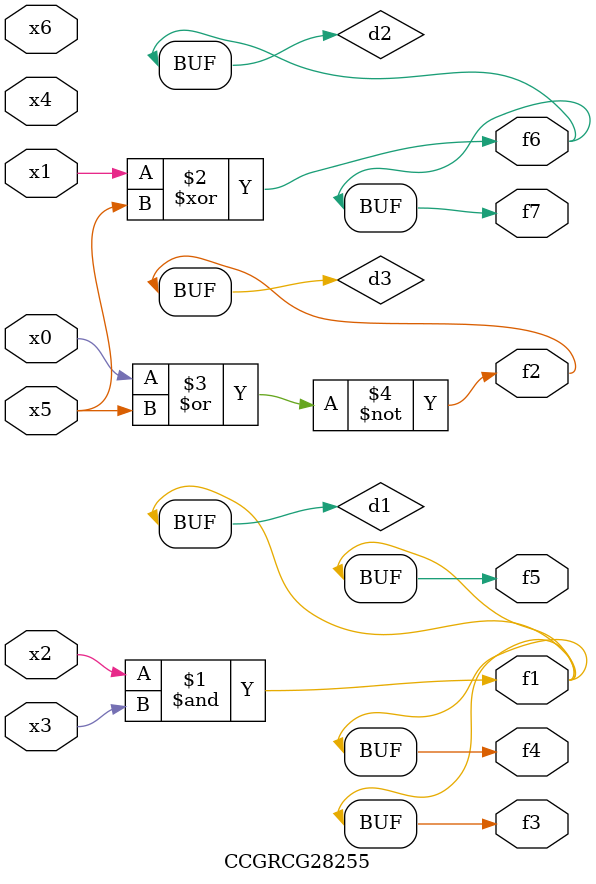
<source format=v>
module CCGRCG28255(
	input x0, x1, x2, x3, x4, x5, x6,
	output f1, f2, f3, f4, f5, f6, f7
);

	wire d1, d2, d3;

	and (d1, x2, x3);
	xor (d2, x1, x5);
	nor (d3, x0, x5);
	assign f1 = d1;
	assign f2 = d3;
	assign f3 = d1;
	assign f4 = d1;
	assign f5 = d1;
	assign f6 = d2;
	assign f7 = d2;
endmodule

</source>
